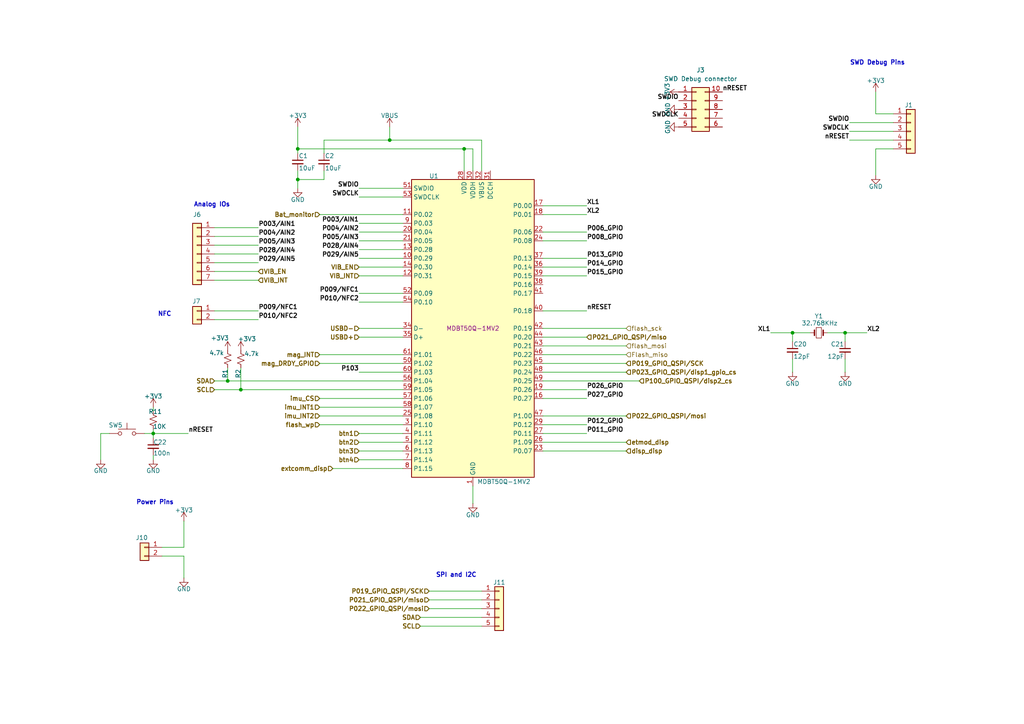
<source format=kicad_sch>
(kicad_sch (version 20231120) (generator "eeschema") (generator_version "8.0")
  (paper "A4")
  (lib_symbols
    (symbol "Connector_Generic:Conn_01x02" (pin_names (offset 1.016) hide)
      (property "Reference" "J" (at 0 2.54 0))
      (property "Value" "Conn_01x02" (at 0 -5.08 0))
      (symbol "Conn_01x02_1_1"
        (rectangle (start -1.27 -2.413) (end 0 -2.667) (stroke (width 0.1524)))
        (rectangle (start -1.27 0.127) (end 0 -0.127) (stroke (width 0.1524)))
        (rectangle (start -1.27 1.27) (end 1.27 -3.81) (stroke (width 0.254)) (fill (type background)))
        (pin passive line (at -5.08 0 0) (length 3.81) (name "Pin_1") (number "1"))
        (pin passive line (at -5.08 -2.54 0) (length 3.81) (name "Pin_2") (number "2"))
      )
    )
    (symbol "Connector_Generic:Conn_01x05" (pin_names (offset 1.016) hide)
      (property "Reference" "J" (at 0 7.62 0))
      (property "Value" "Conn_01x05" (at 0 -7.62 0))
      (symbol "Conn_01x05_1_1"
        (rectangle (start -1.27 -4.953) (end 0 -5.207) (stroke (width 0.1524)))
        (rectangle (start -1.27 -2.413) (end 0 -2.667) (stroke (width 0.1524)))
        (rectangle (start -1.27 0.127) (end 0 -0.127) (stroke (width 0.1524)))
        (rectangle (start -1.27 2.667) (end 0 2.413) (stroke (width 0.1524)))
        (rectangle (start -1.27 5.207) (end 0 4.953) (stroke (width 0.1524)))
        (rectangle (start -1.27 6.35) (end 1.27 -6.35) (stroke (width 0.254)) (fill (type background)))
        (pin passive line (at -5.08 5.08 0) (length 3.81) (name "Pin_1") (number "1"))
        (pin passive line (at -5.08 2.54 0) (length 3.81) (name "Pin_2") (number "2"))
        (pin passive line (at -5.08 0 0) (length 3.81) (name "Pin_3") (number "3"))
        (pin passive line (at -5.08 -2.54 0) (length 3.81) (name "Pin_4") (number "4"))
        (pin passive line (at -5.08 -5.08 0) (length 3.81) (name "Pin_5") (number "5"))
      )
    )
    (symbol "Connector_Generic:Conn_01x07" (pin_names (offset 1.016) hide)
      (property "Reference" "J" (at 0 10.16 0))
      (property "Value" "Conn_01x07" (at 0 -10.16 0))
      (symbol "Conn_01x07_1_1"
        (rectangle (start -1.27 -7.493) (end 0 -7.747) (stroke (width 0.1524)))
        (rectangle (start -1.27 -4.953) (end 0 -5.207) (stroke (width 0.1524)))
        (rectangle (start -1.27 -2.413) (end 0 -2.667) (stroke (width 0.1524)))
        (rectangle (start -1.27 0.127) (end 0 -0.127) (stroke (width 0.1524)))
        (rectangle (start -1.27 2.667) (end 0 2.413) (stroke (width 0.1524)))
        (rectangle (start -1.27 5.207) (end 0 4.953) (stroke (width 0.1524)))
        (rectangle (start -1.27 7.747) (end 0 7.493) (stroke (width 0.1524)))
        (rectangle (start -1.27 8.89) (end 1.27 -8.89) (stroke (width 0.254)) (fill (type background)))
        (pin passive line (at -5.08 7.62 0) (length 3.81) (name "Pin_1") (number "1"))
        (pin passive line (at -5.08 5.08 0) (length 3.81) (name "Pin_2") (number "2"))
        (pin passive line (at -5.08 2.54 0) (length 3.81) (name "Pin_3") (number "3"))
        (pin passive line (at -5.08 0 0) (length 3.81) (name "Pin_4") (number "4"))
        (pin passive line (at -5.08 -2.54 0) (length 3.81) (name "Pin_5") (number "5"))
        (pin passive line (at -5.08 -5.08 0) (length 3.81) (name "Pin_6") (number "6"))
        (pin passive line (at -5.08 -7.62 0) (length 3.81) (name "Pin_7") (number "7"))
      )
    )
    (symbol "Connector_Generic:Conn_02x05_Counter_Clockwise" (pin_names (offset 1.016) hide)
      (property "Reference" "J" (at 1.27 7.62 0))
      (property "Value" "Conn_02x05_Counter_Clockwise" (at 1.27 -7.62 0))
      (symbol "Conn_02x05_Counter_Clockwise_1_1"
        (rectangle (start -1.27 -4.953) (end 0 -5.207) (stroke (width 0.1524)))
        (rectangle (start -1.27 -2.413) (end 0 -2.667) (stroke (width 0.1524)))
        (rectangle (start -1.27 0.127) (end 0 -0.127) (stroke (width 0.1524)))
        (rectangle (start -1.27 2.667) (end 0 2.413) (stroke (width 0.1524)))
        (rectangle (start -1.27 5.207) (end 0 4.953) (stroke (width 0.1524)))
        (rectangle (start -1.27 6.35) (end 3.81 -6.35) (stroke (width 0.254)) (fill (type background)))
        (rectangle (start 3.81 -4.953) (end 2.54 -5.207) (stroke (width 0.1524)))
        (rectangle (start 3.81 -2.413) (end 2.54 -2.667) (stroke (width 0.1524)))
        (rectangle (start 3.81 0.127) (end 2.54 -0.127) (stroke (width 0.1524)))
        (rectangle (start 3.81 2.667) (end 2.54 2.413) (stroke (width 0.1524)))
        (rectangle (start 3.81 5.207) (end 2.54 4.953) (stroke (width 0.1524)))
        (pin passive line (at -5.08 5.08 0) (length 3.81) (name "Pin_1") (number "1"))
        (pin passive line (at 7.62 5.08 180) (length 3.81) (name "Pin_10") (number "10"))
        (pin passive line (at -5.08 2.54 0) (length 3.81) (name "Pin_2") (number "2"))
        (pin passive line (at -5.08 0 0) (length 3.81) (name "Pin_3") (number "3"))
        (pin passive line (at -5.08 -2.54 0) (length 3.81) (name "Pin_4") (number "4"))
        (pin passive line (at -5.08 -5.08 0) (length 3.81) (name "Pin_5") (number "5"))
        (pin passive line (at 7.62 -5.08 180) (length 3.81) (name "Pin_6") (number "6"))
        (pin passive line (at 7.62 -2.54 180) (length 3.81) (name "Pin_7") (number "7"))
        (pin passive line (at 7.62 0 180) (length 3.81) (name "Pin_8") (number "8"))
        (pin passive line (at 7.62 2.54 180) (length 3.81) (name "Pin_9") (number "9"))
      )
    )
    (symbol "Device:C_Small" (pin_numbers hide) (pin_names (offset 0.254) hide)
      (property "Reference" "C" (at 0.254 1.778 0))
      (property "Value" "C_Small" (at 0.254 -2.032 0))
      (symbol "C_Small_0_1"
        (polyline (pts (xy -1.524 -0.508) (xy 1.524 -0.508)) (stroke (width 0.3302)))
        (polyline (pts (xy -1.524 0.508) (xy 1.524 0.508)) (stroke (width 0.3048)))
      )
      (symbol "C_Small_1_1"
        (pin passive line (at 0 2.54 270) (length 2.032) (name "~") (number "1"))
        (pin passive line (at 0 -2.54 90) (length 2.032) (name "~") (number "2"))
      )
    )
    (symbol "Device:Crystal_Small" (pin_numbers hide) (pin_names (offset 1.016) hide)
      (property "Reference" "Y" (at 0 2.54 0))
      (property "Value" "Crystal_Small" (at 0 -2.54 0))
      (symbol "Crystal_Small_0_1"
        (rectangle (start -0.762 -1.524) (end 0.762 1.524))
        (polyline (pts (xy -1.27 -0.762) (xy -1.27 0.762)) (stroke (width 0.381)))
        (polyline (pts (xy 1.27 -0.762) (xy 1.27 0.762)) (stroke (width 0.381)))
      )
      (symbol "Crystal_Small_1_1"
        (pin passive line (at -2.54 0 0) (length 1.27) (name "1") (number "1"))
        (pin passive line (at 2.54 0 180) (length 1.27) (name "2") (number "2"))
      )
    )
    (symbol "Device:R_Small_US" (pin_numbers hide) (pin_names (offset 0.254) hide)
      (property "Reference" "R" (at 0.762 0.508 0))
      (property "Value" "R_Small_US" (at 0.762 -1.016 0))
      (symbol "R_Small_US_1_1"
        (polyline (pts (xy 0 0) (xy 1.016 -0.381) (xy 0 -0.762) (xy -1.016 -1.143) (xy 0 -1.524)))
        (polyline (pts (xy 0 1.524) (xy 1.016 1.143) (xy 0 0.762) (xy -1.016 0.381) (xy 0 0)))
        (pin passive line (at 0 2.54 270) (length 1.016) (name "~") (number "1"))
        (pin passive line (at 0 -2.54 90) (length 1.016) (name "~") (number "2"))
      )
    )
    (symbol "RF_Module:MDBT50Q-1MV2"
      (property "Reference" "U" (at 0 0 0))
      (property "Value" "MDBT50Q-1MV2" (at 0 -2.54 0))
      (symbol "MDBT50Q-1MV2_0_1"
        (rectangle (start -17.78 43.18) (end 17.78 -43.18) (stroke (width 0.254)) (fill (type background)))
      )
      (symbol "MDBT50Q-1MV2_1_1"
        (pin power_in line (at 0 -45.72 90) (length 2.54) (name "GND") (number "1"))
        (pin bidirectional line (at -20.32 20.32 0) (length 2.54) (name "P0.29") (number "10"))
        (pin bidirectional line (at -20.32 33.02 0) (length 2.54) (name "P0.02") (number "11"))
        (pin bidirectional line (at -20.32 15.24 0) (length 2.54) (name "P0.31") (number "12"))
        (pin bidirectional line (at -20.32 22.86 0) (length 2.54) (name "P0.28") (number "13"))
        (pin bidirectional line (at -20.32 17.78 0) (length 2.54) (name "P0.30") (number "14"))
        (pin passive line (at 0 -45.72 90) (length 2.54) hide (name "GND") (number "15"))
        (pin bidirectional line (at 20.32 -20.32 180) (length 2.54) (name "P0.27") (number "16"))
        (pin bidirectional line (at 20.32 35.56 180) (length 2.54) (name "P0.00") (number "17"))
        (pin bidirectional line (at 20.32 33.02 180) (length 2.54) (name "P0.01") (number "18"))
        (pin bidirectional line (at 20.32 -17.78 180) (length 2.54) (name "P0.26") (number "19"))
        (pin passive line (at 0 -45.72 90) (length 2.54) hide (name "GND") (number "2"))
        (pin bidirectional line (at -20.32 27.94 0) (length 2.54) (name "P0.04") (number "20"))
        (pin bidirectional line (at -20.32 25.4 0) (length 2.54) (name "P0.05") (number "21"))
        (pin bidirectional line (at 20.32 27.94 180) (length 2.54) (name "P0.06") (number "22"))
        (pin bidirectional line (at 20.32 -35.56 180) (length 2.54) (name "P0.07") (number "23"))
        (pin bidirectional line (at 20.32 25.4 180) (length 2.54) (name "P0.08") (number "24"))
        (pin bidirectional line (at -20.32 -25.4 0) (length 2.54) (name "P1.08") (number "25"))
        (pin bidirectional line (at 20.32 -33.02 180) (length 2.54) (name "P1.09") (number "26"))
        (pin bidirectional line (at 20.32 -30.48 180) (length 2.54) (name "P0.11") (number "27"))
        (pin power_in line (at -2.54 45.72 270) (length 2.54) (name "VDD") (number "28"))
        (pin bidirectional line (at 20.32 -27.94 180) (length 2.54) (name "P0.12") (number "29"))
        (pin bidirectional line (at -20.32 -27.94 0) (length 2.54) (name "P1.10") (number "3"))
        (pin power_in line (at 0 45.72 270) (length 2.54) (name "VDDH") (number "30"))
        (pin power_out line (at 5.08 45.72 270) (length 2.54) (name "DCCH") (number "31"))
        (pin power_in line (at 2.54 45.72 270) (length 2.54) (name "VBUS") (number "32"))
        (pin passive line (at 0 -45.72 90) (length 2.54) hide (name "GND") (number "33"))
        (pin bidirectional line (at -20.32 0 0) (length 2.54) (name "D-") (number "34"))
        (pin bidirectional line (at -20.32 -2.54 0) (length 2.54) (name "D+") (number "35"))
        (pin bidirectional line (at 20.32 17.78 180) (length 2.54) (name "P0.14") (number "36"))
        (pin bidirectional line (at 20.32 20.32 180) (length 2.54) (name "P0.13") (number "37"))
        (pin bidirectional line (at 20.32 12.7 180) (length 2.54) (name "P0.16") (number "38"))
        (pin bidirectional line (at 20.32 15.24 180) (length 2.54) (name "P0.15") (number "39"))
        (pin bidirectional line (at -20.32 -30.48 0) (length 2.54) (name "P1.11") (number "4"))
        (pin bidirectional line (at 20.32 5.08 180) (length 2.54) (name "P0.18") (number "40"))
        (pin bidirectional line (at 20.32 10.16 180) (length 2.54) (name "P0.17") (number "41"))
        (pin bidirectional line (at 20.32 0 180) (length 2.54) (name "P0.19") (number "42"))
        (pin bidirectional line (at 20.32 -5.08 180) (length 2.54) (name "P0.21") (number "43"))
        (pin bidirectional line (at 20.32 -2.54 180) (length 2.54) (name "P0.20") (number "44"))
        (pin bidirectional line (at 20.32 -10.16 180) (length 2.54) (name "P0.23") (number "45"))
        (pin bidirectional line (at 20.32 -7.62 180) (length 2.54) (name "P0.22") (number "46"))
        (pin bidirectional line (at 20.32 -25.4 180) (length 2.54) (name "P1.00") (number "47"))
        (pin bidirectional line (at 20.32 -12.7 180) (length 2.54) (name "P0.24") (number "48"))
        (pin bidirectional line (at 20.32 -15.24 180) (length 2.54) (name "P0.25") (number "49"))
        (pin bidirectional line (at -20.32 -33.02 0) (length 2.54) (name "P1.12") (number "5"))
        (pin bidirectional line (at -20.32 -10.16 0) (length 2.54) (name "P1.02") (number "50"))
        (pin bidirectional line (at -20.32 40.64 0) (length 2.54) (name "SWDIO") (number "51"))
        (pin bidirectional line (at -20.32 10.16 0) (length 2.54) (name "P0.09") (number "52"))
        (pin input line (at -20.32 38.1 0) (length 2.54) (name "SWDCLK") (number "53"))
        (pin bidirectional line (at -20.32 7.62 0) (length 2.54) (name "P0.10") (number "54"))
        (pin passive line (at 0 -45.72 90) (length 2.54) hide (name "GND") (number "55"))
        (pin bidirectional line (at -20.32 -15.24 0) (length 2.54) (name "P1.04") (number "56"))
        (pin bidirectional line (at -20.32 -20.32 0) (length 2.54) (name "P1.06") (number "57"))
        (pin bidirectional line (at -20.32 -22.86 0) (length 2.54) (name "P1.07") (number "58"))
        (pin bidirectional line (at -20.32 -17.78 0) (length 2.54) (name "P1.05") (number "59"))
        (pin bidirectional line (at -20.32 -35.56 0) (length 2.54) (name "P1.13") (number "6"))
        (pin bidirectional line (at -20.32 -12.7 0) (length 2.54) (name "P1.03") (number "60"))
        (pin bidirectional line (at -20.32 -7.62 0) (length 2.54) (name "P1.01") (number "61"))
        (pin bidirectional line (at -20.32 -38.1 0) (length 2.54) (name "P1.14") (number "7"))
        (pin bidirectional line (at -20.32 -40.64 0) (length 2.54) (name "P1.15") (number "8"))
        (pin bidirectional line (at -20.32 30.48 0) (length 2.54) (name "P0.03") (number "9"))
      )
    )
    (symbol "Switch:SW_Push" (pin_numbers hide) (pin_names (offset 1.016) hide)
      (property "Reference" "SW" (at 1.27 2.54 0))
      (property "Value" "SW_Push" (at 0 -1.524 0))
      (symbol "SW_Push_0_1"
        (circle (center -2.032 0) (radius 0.508))
        (polyline (pts (xy 0 1.27) (xy 0 3.048)))
        (polyline (pts (xy 2.54 1.27) (xy -2.54 1.27)))
        (circle (center 2.032 0) (radius 0.508))
        (pin passive line (at -5.08 0 0) (length 2.54) (name "1") (number "1"))
        (pin passive line (at 5.08 0 180) (length 2.54) (name "2") (number "2"))
      )
    )
    (symbol "power:+3V3" (power) (pin_numbers hide) (pin_names (offset 0) hide)
      (property "Value" "+3V3" (at 0 3.556 0))
      (symbol "+3V3_0_1"
        (polyline (pts (xy -0.762 1.27) (xy 0 2.54)))
        (polyline (pts (xy 0 0) (xy 0 2.54)))
        (polyline (pts (xy 0 2.54) (xy 0.762 1.27)))
      )
      (symbol "+3V3_1_1"
        (pin power_in line (at 0 0 90) (length 0) (name "~") (number "1"))
      )
    )
    (symbol "power:GND" (power) (pin_numbers hide) (pin_names (offset 0) hide)
      (property "Value" "GND" (at 0 -3.81 0))
      (symbol "GND_0_1"
        (polyline (pts (xy 0 0) (xy 0 -1.27) (xy 1.27 -1.27) (xy 0 -2.54) (xy -1.27 -1.27) (xy 0 -1.27)))
      )
      (symbol "GND_1_1"
        (pin power_in line (at 0 0 270) (length 0) (name "~") (number "1"))
      )
    )
    (symbol "power:VBUS" (power) (pin_numbers hide) (pin_names (offset 0) hide)
      (property "Value" "VBUS" (at 0 3.556 0))
      (symbol "VBUS_0_1"
        (polyline (pts (xy -0.762 1.27) (xy 0 2.54)))
        (polyline (pts (xy 0 0) (xy 0 2.54)))
        (polyline (pts (xy 0 2.54) (xy 0.762 1.27)))
      )
      (symbol "VBUS_1_1"
        (pin power_in line (at 0 0 90) (length 0) (name "~") (number "1"))
      )
    )
  )
  (junction (at 229.87 96.52))
  (junction (at 66.04 110.49))
  (junction (at 86.36 52.07))
  (junction (at 44.45 125.73))
  (junction (at 86.36 43.18))
  (junction (at 134.62 43.18))
  (junction (at 245.11 96.52))
  (junction (at 69.85 113.03))
  (junction (at 113.03 40.64))
  (wire (pts (xy 104.14 64.77) (xy 116.84 64.77)))
  (wire (pts (xy 170.18 77.47) (xy 157.48 77.47)))
  (wire (pts (xy 104.14 133.35) (xy 116.84 133.35)))
  (wire (pts (xy 246.38 38.1) (xy 259.08 38.1)))
  (wire (pts (xy 93.98 52.07) (xy 86.36 52.07)))
  (wire (pts (xy 113.03 40.64) (xy 139.7 40.64)))
  (wire (pts (xy 121.92 179.07) (xy 139.7 179.07)))
  (wire (pts (xy 86.36 49.53) (xy 86.36 52.07)))
  (wire (pts (xy 104.14 80.01) (xy 116.84 80.01)))
  (wire (pts (xy 170.18 115.57) (xy 157.48 115.57)))
  (wire (pts (xy 44.45 132.08) (xy 44.45 133.35)))
  (wire (pts (xy 104.14 72.39) (xy 116.84 72.39)))
  (wire (pts (xy 104.14 74.93) (xy 116.84 74.93)))
  (wire (pts (xy 86.36 52.07) (xy 86.36 54.61)))
  (wire (pts (xy 246.38 35.56) (xy 259.08 35.56)))
  (wire (pts (xy 104.14 125.73) (xy 116.84 125.73)))
  (wire (pts (xy 245.11 96.52) (xy 245.11 99.06)))
  (wire (pts (xy 104.14 87.63) (xy 116.84 87.63)))
  (wire (pts (xy 134.62 49.53) (xy 134.62 43.18)))
  (wire (pts (xy 74.93 68.58) (xy 62.23 68.58)))
  (wire (pts (xy 124.46 171.45) (xy 139.7 171.45)))
  (wire (pts (xy 246.38 40.64) (xy 259.08 40.64)))
  (wire (pts (xy 170.18 80.01) (xy 157.48 80.01)))
  (wire (pts (xy 104.14 67.31) (xy 116.84 67.31)))
  (wire (pts (xy 139.7 49.53) (xy 139.7 40.64)))
  (wire (pts (xy 74.93 90.17) (xy 62.23 90.17)))
  (wire (pts (xy 181.61 95.25) (xy 157.48 95.25)))
  (wire (pts (xy 69.85 106.68) (xy 69.85 113.03)))
  (wire (pts (xy 92.71 62.23) (xy 116.84 62.23)))
  (wire (pts (xy 104.14 95.25) (xy 116.84 95.25)))
  (wire (pts (xy 137.16 49.53) (xy 137.16 43.18)))
  (wire (pts (xy 74.93 76.2) (xy 62.23 76.2)))
  (wire (pts (xy 254 43.18) (xy 254 50.8)))
  (wire (pts (xy 170.18 69.85) (xy 157.48 69.85)))
  (wire (pts (xy 124.46 173.99) (xy 139.7 173.99)))
  (wire (pts (xy 93.98 44.45) (xy 93.98 40.64)))
  (wire (pts (xy 74.93 73.66) (xy 62.23 73.66)))
  (wire (pts (xy 170.18 59.69) (xy 157.48 59.69)))
  (wire (pts (xy 254 43.18) (xy 259.08 43.18)))
  (wire (pts (xy 229.87 104.14) (xy 229.87 107.95)))
  (wire (pts (xy 104.14 54.61) (xy 116.84 54.61)))
  (wire (pts (xy 74.93 92.71) (xy 62.23 92.71)))
  (wire (pts (xy 104.14 97.79) (xy 116.84 97.79)))
  (wire (pts (xy 223.52 96.52) (xy 229.87 96.52)))
  (wire (pts (xy 44.45 118.11) (xy 44.45 119.38)))
  (wire (pts (xy 53.34 161.29) (xy 46.99 161.29)))
  (wire (pts (xy 170.18 125.73) (xy 157.48 125.73)))
  (wire (pts (xy 31.75 125.73) (xy 29.21 125.73)))
  (wire (pts (xy 137.16 43.18) (xy 134.62 43.18)))
  (wire (pts (xy 44.45 124.46) (xy 44.45 125.73)))
  (wire (pts (xy 53.34 167.64) (xy 53.34 161.29)))
  (wire (pts (xy 53.34 151.13) (xy 53.34 158.75)))
  (wire (pts (xy 66.04 110.49) (xy 116.84 110.49)))
  (wire (pts (xy 86.36 44.45) (xy 86.36 43.18)))
  (wire (pts (xy 157.48 107.95) (xy 181.61 107.95)))
  (wire (pts (xy 62.23 113.03) (xy 69.85 113.03)))
  (wire (pts (xy 93.98 40.64) (xy 113.03 40.64)))
  (wire (pts (xy 181.61 105.41) (xy 157.48 105.41)))
  (wire (pts (xy 74.93 78.74) (xy 62.23 78.74)))
  (wire (pts (xy 181.61 100.33) (xy 157.48 100.33)))
  (wire (pts (xy 234.95 96.52) (xy 229.87 96.52)))
  (wire (pts (xy 92.71 105.41) (xy 116.84 105.41)))
  (wire (pts (xy 46.99 158.75) (xy 53.34 158.75)))
  (wire (pts (xy 69.85 113.03) (xy 116.84 113.03)))
  (wire (pts (xy 62.23 110.49) (xy 66.04 110.49)))
  (wire (pts (xy 240.03 96.52) (xy 245.11 96.52)))
  (wire (pts (xy 104.14 130.81) (xy 116.84 130.81)))
  (wire (pts (xy 181.61 130.81) (xy 157.48 130.81)))
  (wire (pts (xy 170.18 74.93) (xy 157.48 74.93)))
  (wire (pts (xy 245.11 104.14) (xy 245.11 107.95)))
  (wire (pts (xy 86.36 36.83) (xy 86.36 43.18)))
  (wire (pts (xy 92.71 123.19) (xy 116.84 123.19)))
  (wire (pts (xy 66.04 106.68) (xy 66.04 110.49)))
  (wire (pts (xy 96.52 135.89) (xy 116.84 135.89)))
  (wire (pts (xy 124.46 176.53) (xy 139.7 176.53)))
  (wire (pts (xy 121.92 181.61) (xy 139.7 181.61)))
  (wire (pts (xy 170.18 90.17) (xy 157.48 90.17)))
  (wire (pts (xy 170.18 62.23) (xy 157.48 62.23)))
  (wire (pts (xy 74.93 81.28) (xy 62.23 81.28)))
  (wire (pts (xy 92.71 120.65) (xy 116.84 120.65)))
  (wire (pts (xy 93.98 49.53) (xy 93.98 52.07)))
  (wire (pts (xy 74.93 71.12) (xy 62.23 71.12)))
  (wire (pts (xy 181.61 102.87) (xy 157.48 102.87)))
  (wire (pts (xy 92.71 118.11) (xy 116.84 118.11)))
  (wire (pts (xy 104.14 77.47) (xy 116.84 77.47)))
  (wire (pts (xy 181.61 120.65) (xy 157.48 120.65)))
  (wire (pts (xy 41.91 125.73) (xy 44.45 125.73)))
  (wire (pts (xy 104.14 57.15) (xy 116.84 57.15)))
  (wire (pts (xy 104.14 107.95) (xy 116.84 107.95)))
  (wire (pts (xy 86.36 43.18) (xy 134.62 43.18)))
  (wire (pts (xy 181.61 128.27) (xy 157.48 128.27)))
  (wire (pts (xy 254 26.67) (xy 254 33.02)))
  (wire (pts (xy 170.18 67.31) (xy 157.48 67.31)))
  (wire (pts (xy 104.14 85.09) (xy 116.84 85.09)))
  (wire (pts (xy 170.18 97.79) (xy 157.48 97.79)))
  (wire (pts (xy 259.08 33.02) (xy 254 33.02)))
  (wire (pts (xy 104.14 69.85) (xy 116.84 69.85)))
  (wire (pts (xy 170.18 123.19) (xy 157.48 123.19)))
  (wire (pts (xy 170.18 113.03) (xy 157.48 113.03)))
  (wire (pts (xy 29.21 133.35) (xy 29.21 125.73)))
  (wire (pts (xy 92.71 102.87) (xy 116.84 102.87)))
  (wire (pts (xy 245.11 96.52) (xy 251.46 96.52)))
  (wire (pts (xy 92.71 115.57) (xy 116.84 115.57)))
  (wire (pts (xy 137.16 140.97) (xy 137.16 146.05)))
  (wire (pts (xy 44.45 125.73) (xy 54.61 125.73)))
  (wire (pts (xy 44.45 125.73) (xy 44.45 127)))
  (wire (pts (xy 113.03 36.83) (xy 113.03 40.64)))
  (wire (pts (xy 157.48 110.49) (xy 185.42 110.49)))
  (wire (pts (xy 104.14 128.27) (xy 116.84 128.27)))
  (wire (pts (xy 74.93 66.04) (xy 62.23 66.04)))
  (wire (pts (xy 229.87 96.52) (xy 229.87 99.06)))
  (text "Analog IOs" (at 61.468 59.436 0) (effects (font (size 1.27 1.27) (bold yes))))
  (text "Power Pins" (at 44.958 145.796 0) (effects (font (size 1.27 1.27) (bold yes))))
  (text "SPI and I2C" (at 132.334 166.878 0) (effects (font (size 1.27 1.27) (bold yes))))
  (text "SWD Debug Pins" (at 254.508 18.288 0) (effects (font (size 1.27 1.27) (bold yes))))
  (text "NFC\n" (at 47.752 91.186 0) (effects (font (size 1.27 1.27) (bold yes))))
  (label "XL1" (at 223.52 96.52 180) (effects (font (thickness 0.254) (bold yes))))
  (label "SWDIO" (at 104.14 54.61 180) (effects (font (thickness 0.254) (bold yes))))
  (label "P010{slash}NFC2" (at 74.93 92.71 0) (effects (font (thickness 0.254) (bold yes))))
  (label "SWDIO" (at 196.85 29.21 180) (effects (font (thickness 0.254) (bold yes))))
  (label "P015_GPIO" (at 170.18 80.01 0) (effects (font (thickness 0.254) (bold yes))))
  (label "SWDIO" (at 246.38 35.56 180) (effects (font (thickness 0.254) (bold yes))))
  (label "P003{slash}AIN1" (at 74.93 66.04 0) (effects (font (thickness 0.254) (bold yes))))
  (label "nRESET" (at 54.61 125.73 0) (effects (font (thickness 0.254) (bold yes))))
  (label "P009{slash}NFC1" (at 74.93 90.17 0) (effects (font (thickness 0.254) (bold yes))))
  (label "P014_GPIO" (at 170.18 77.47 0) (effects (font (thickness 0.254) (bold yes))))
  (label "P026_GPIO" (at 170.18 113.03 0) (effects (font (thickness 0.254) (bold yes))))
  (label "P009{slash}NFC1" (at 104.14 85.09 180) (effects (font (thickness 0.254) (bold yes))))
  (label "P005{slash}AIN3" (at 104.14 69.85 180) (effects (font (thickness 0.254) (bold yes))))
  (label "P011_GPIO" (at 170.18 125.73 0) (effects (font (thickness 0.254) (bold yes))))
  (label "P004{slash}AIN2" (at 74.93 68.58 0) (effects (font (thickness 0.254) (bold yes))))
  (label "XL1" (at 170.18 59.69 0) (effects (font (thickness 0.254) (bold yes))))
  (label "XL2" (at 251.46 96.52 0) (effects (font (thickness 0.254) (bold yes))))
  (label "SWDCLK" (at 196.85 34.29 180) (effects (font (thickness 0.254) (bold yes))))
  (label "nRESET" (at 170.18 90.17 0) (effects (font (thickness 0.254) (bold yes))))
  (label "P028{slash}AIN4" (at 74.93 73.66 0) (effects (font (thickness 0.254) (bold yes))))
  (label "P028{slash}AIN4" (at 104.14 72.39 180) (effects (font (thickness 0.254) (bold yes))))
  (label "P010{slash}NFC2" (at 104.14 87.63 180) (effects (font (thickness 0.254) (bold yes))))
  (label "P103" (at 104.14 107.95 180) (effects (font (thickness 0.254) (bold yes))))
  (label "P003{slash}AIN1" (at 104.14 64.77 180) (effects (font (thickness 0.254) (bold yes))))
  (label "P013_GPIO" (at 170.18 74.93 0) (effects (font (thickness 0.254) (bold yes))))
  (label "P029{slash}AIN5" (at 104.14 74.93 180) (effects (font (thickness 0.254) (bold yes))))
  (label "SWDCLK" (at 246.38 38.1 180) (effects (font (thickness 0.254) (bold yes))))
  (label "P008_GPIO" (at 170.18 69.85 0) (effects (font (thickness 0.254) (bold yes))))
  (label "P027_GPIO" (at 170.18 115.57 0) (effects (font (thickness 0.254) (bold yes))))
  (label "P029{slash}AIN5" (at 74.93 76.2 0) (effects (font (thickness 0.254) (bold yes))))
  (label "nRESET" (at 246.38 40.64 180) (effects (font (thickness 0.254) (bold yes))))
  (label "SWDCLK" (at 104.14 57.15 180) (effects (font (thickness 0.254) (bold yes))))
  (label "P006_GPIO" (at 170.18 67.31 0) (effects (font (thickness 0.254) (bold yes))))
  (label "nRESET" (at 209.55 26.67 0) (effects (font (thickness 0.254) (bold yes))))
  (label "P005{slash}AIN3" (at 74.93 71.12 0) (effects (font (thickness 0.254) (bold yes))))
  (label "P004{slash}AIN2" (at 104.14 67.31 180) (effects (font (thickness 0.254) (bold yes))))
  (label "P012_GPIO" (at 170.18 123.19 0) (effects (font (thickness 0.254) (bold yes))))
  (label "XL2" (at 170.18 62.23 0) (effects (font (thickness 0.254) (bold yes))))
  (hierarchical_label "imu_INT1" (shape input) (at 92.71 118.11 180) (effects (font (thickness 0.254) (bold yes))))
  (hierarchical_label "Flash_miso" (shape input) (at 181.61 102.87 0))
  (hierarchical_label "flash_wp" (shape input) (at 92.71 123.19 180) (effects (font (thickness 0.254) (bold yes))))
  (hierarchical_label "flash_sck" (shape input) (at 181.61 95.25 0))
  (hierarchical_label "P023_GPIO_QSPI{slash}disp1_gpio_cs" (shape input) (at 181.61 107.95 0) (effects (font (thickness 0.254) (bold yes))))
  (hierarchical_label "VIB_INT" (shape input) (at 104.14 80.01 180) (effects (font (thickness 0.254) (bold yes))))
  (hierarchical_label "btn1" (shape input) (at 104.14 125.73 180) (effects (font (thickness 0.254) (bold yes))))
  (hierarchical_label "btn2" (shape input) (at 104.14 128.27 180) (effects (font (thickness 0.254) (bold yes))))
  (hierarchical_label "P022_GPIO_QSPI{slash}mosi" (shape input) (at 181.61 120.65 0) (effects (font (thickness 0.254) (bold yes))))
  (hierarchical_label "extcomm_disp" (shape input) (at 96.52 135.89 180) (effects (font (thickness 0.254) (bold yes))))
  (hierarchical_label "P021_GPIO_QSPI{slash}miso" (shape input) (at 124.46 173.99 180) (effects (font (thickness 0.254) (bold yes))))
  (hierarchical_label "btn4" (shape input) (at 104.14 133.35 180) (effects (font (thickness 0.254) (bold yes))))
  (hierarchical_label "imu_INT2" (shape input) (at 92.71 120.65 180) (effects (font (thickness 0.254) (bold yes))))
  (hierarchical_label "VIB_EN" (shape input) (at 104.14 77.47 180) (effects (font (thickness 0.254) (bold yes))))
  (hierarchical_label "P021_GPIO_QSPI{slash}miso" (shape input) (at 170.18 97.79 0) (effects (font (thickness 0.254) (bold yes))))
  (hierarchical_label "P019_GPIO_QSPI{slash}SCK" (shape input) (at 124.46 171.45 180) (effects (font (thickness 0.254) (bold yes))))
  (hierarchical_label "VIB_INT" (shape input) (at 74.93 81.28 0) (effects (font (thickness 0.254) (bold yes))))
  (hierarchical_label "SCL" (shape input) (at 121.92 181.61 180) (effects (font (thickness 0.254) (bold yes))))
  (hierarchical_label "mag_INT" (shape input) (at 92.71 102.87 180) (effects (font (thickness 0.254) (bold yes))))
  (hierarchical_label "disp_disp" (shape input) (at 181.61 130.81 0) (effects (font (thickness 0.254) (bold yes))))
  (hierarchical_label "flash_mosi" (shape input) (at 181.61 100.33 0))
  (hierarchical_label "USBD-" (shape input) (at 104.14 95.25 180) (effects (font (thickness 0.254) (bold yes))))
  (hierarchical_label "SCL" (shape input) (at 62.23 113.03 180) (effects (font (thickness 0.254) (bold yes))))
  (hierarchical_label "mag_DRDY_GPIO" (shape input) (at 92.71 105.41 180) (effects (font (thickness 0.254) (bold yes))))
  (hierarchical_label "P019_GPIO_QSPI{slash}SCK" (shape input) (at 181.61 105.41 0) (effects (font (thickness 0.254) (bold yes))))
  (hierarchical_label "SDA" (shape input) (at 121.92 179.07 180) (effects (font (thickness 0.254) (bold yes))))
  (hierarchical_label "P022_GPIO_QSPI{slash}mosi" (shape input) (at 124.46 176.53 180) (effects (font (thickness 0.254) (bold yes))))
  (hierarchical_label "USBD+" (shape input) (at 104.14 97.79 180) (effects (font (thickness 0.254) (bold yes))))
  (hierarchical_label "etmod_disp" (shape input) (at 181.61 128.27 0) (effects (font (thickness 0.254) (bold yes))))
  (hierarchical_label "Bat_monitor" (shape input) (at 92.71 62.23 180) (effects (font (thickness 0.254) (bold yes))))
  (hierarchical_label "P100_GPIO_QSPI{slash}disp2_cs" (shape input) (at 185.42 110.49 0) (effects (font (thickness 0.254) (bold yes))))
  (hierarchical_label "imu_CS" (shape input) (at 92.71 115.57 180) (effects (font (thickness 0.254) (bold yes))))
  (hierarchical_label "SDA" (shape input) (at 62.23 110.49 180) (effects (font (thickness 0.254) (bold yes))))
  (hierarchical_label "btn3" (shape input) (at 104.14 130.81 180) (effects (font (thickness 0.254) (bold yes))))
  (hierarchical_label "VIB_EN" (shape input) (at 74.93 78.74 0) (effects (font (thickness 0.254) (bold yes))))
  (symbol (lib_id "RF_Module:MDBT50Q-1MV2") (at 137.16 95.25 0) (unit 1)
    (property "Reference" "U1" (at 124.46 51.054 0) (effects (justify left)))
    (property "Value" "MDBT50Q-1MV2" (at 138.43 139.7 0) (effects (justify left)))
    (property "Footprint" "RF_Module:Raytac_MDBT50Q" (effects (hide yes)))
    (property "Datasheet" "https://www.raytac.com/download/index.php?index_id=43" (effects (hide yes)))
    (property "Description" "Multiprotocol BLE/ANT/2.4 GHz/802.15.4 Cortex-M4F SoC, nRF52840 module" (effects (hide yes)))
    (property "MFR#" "MDBT50Q-1MV2" (at 137.16 95.25 0))
  )
  (symbol (lib_id "Device:C_Small") (at 229.87 101.6 0) (unit 1)
    (property "Reference" "C20" (at 230.124 99.822 0) (effects (justify left)))
    (property "Value" "12pF" (at 230.124 103.378 0) (effects (justify left)))
    (property "Footprint" "Capacitor_SMD:C_0603_1608Metric_Pad1.08x0.95mm_HandSolder" (effects (hide yes)))
    (property "Description" "Unpolarized capacitor, small symbol" (effects (hide yes)))
  )
  (symbol (lib_id "power:GND") (at 53.34 167.64 0) (unit 1)
    (property "Reference" "#PWR059" (effects (hide yes)))
    (property "Value" "GND" (at 53.34 170.815 0))
  )
  (symbol (lib_id "power:GND") (at 229.87 107.95 0) (unit 1)
    (property "Reference" "#PWR053" (effects (hide yes)))
    (property "Value" "GND" (at 229.87 111.252 0))
    (property "Description" "Power symbol creates a global label with name \"GND\" , ground" (effects (hide yes)))
  )
  (symbol (lib_id "power:GND") (at 29.21 133.35 0) (unit 1)
    (property "Reference" "#PWR055" (effects (hide yes)))
    (property "Value" "GND" (at 29.21 136.525 0))
  )
  (symbol (lib_id "Connector_Generic:Conn_01x07") (at 57.15 73.66 0) (mirror y) (unit 1)
    (property "Reference" "J6" (at 57.15 62.23 0))
    (property "Value" "Conn_01x07" (effects (hide yes)))
    (property "Footprint" "Connector_PinHeader_2.54mm:PinHeader_1x07_P2.54mm_Vertical" (effects (hide yes)))
    (property "Description" "Generic connector, single row, 01x07, script generated (kicad-library-utils/schlib/autogen/connector/)" (effects (hide yes)))
  )
  (symbol (lib_id "power:VBUS") (at 113.03 36.83 0) (unit 1)
    (property "Reference" "#PWR03" (effects (hide yes)))
    (property "Value" "VBUS" (at 113.03 33.528 0))
    (property "Description" "Power symbol creates a global label with name \"VBUS\"" (effects (hide yes)))
  )
  (symbol (lib_id "power:+3V3") (at 53.34 151.13 0) (unit 1)
    (property "Reference" "#PWR058" (effects (hide yes)))
    (property "Value" "+3V3" (at 53.34 147.955 0))
  )
  (symbol (lib_id "Connector_Generic:Conn_02x05_Counter_Clockwise") (at 201.93 31.75 0) (unit 1)
    (property "Reference" "J3" (at 203.2 20.32 0))
    (property "Value" "SWD Debug connector" (at 203.2 22.86 0))
    (property "Footprint" "Connector_PinHeader_1.27mm:PinHeader_2x05_P1.27mm_Vertical_SMD" (effects (hide yes)))
    (property "Description" "Generic connector, double row, 02x05, counter clockwise pin numbering scheme (similar to DIP package numbering), script generated (kicad-library-utils/schlib/autogen/connector/)" (effects (hide yes)))
  )
  (symbol (lib_id "power:+3V3") (at 69.85 101.6 0) (unit 1)
    (property "Reference" "#PWR011" (effects (hide yes)))
    (property "Value" "+3V3" (at 71.628 98.298 0))
  )
  (symbol (lib_id "Device:R_Small_US") (at 44.45 121.92 180) (unit 1)
    (property "Reference" "R11" (at 46.99 119.38 0) (effects (justify left)))
    (property "Value" "10K" (at 48.26 123.698 0) (effects (justify left)))
    (property "Footprint" "Resistor_SMD:R_0603_1608Metric" (effects (hide yes)))
  )
  (symbol (lib_id "Device:C_Small") (at 93.98 46.99 0) (unit 1)
    (property "Reference" "C2" (at 94.234 45.212 0) (effects (justify left)))
    (property "Value" "10uF" (at 94.234 48.768 0) (effects (justify left)))
    (property "Footprint" "Capacitor_SMD:C_0603_1608Metric_Pad1.08x0.95mm_HandSolder" (effects (hide yes)))
    (property "Description" "Unpolarized capacitor, small symbol" (effects (hide yes)))
  )
  (symbol (lib_id "power:GND") (at 245.11 107.95 0) (unit 1)
    (property "Reference" "#PWR054" (effects (hide yes)))
    (property "Value" "GND" (at 245.11 111.252 0))
    (property "Description" "Power symbol creates a global label with name \"GND\" , ground" (effects (hide yes)))
  )
  (symbol (lib_id "power:GND") (at 196.85 36.83 270) (unit 1)
    (property "Reference" "#PWR014" (effects (hide yes)))
    (property "Value" "GND" (at 193.675 36.83 0))
  )
  (symbol (lib_id "power:GND") (at 137.16 146.05 0) (unit 1)
    (property "Reference" "#PWR04" (effects (hide yes)))
    (property "Value" "GND" (at 137.16 149.352 0))
    (property "Description" "Power symbol creates a global label with name \"GND\" , ground" (effects (hide yes)))
  )
  (symbol (lib_id "Connector_Generic:Conn_01x02") (at 57.15 90.17 0) (mirror y) (unit 1)
    (property "Reference" "J7" (at 58.166 87.376 0) (effects (justify left)))
    (property "Value" "Conn_01x02" (effects (hide yes)))
    (property "Footprint" "Connector_PinHeader_2.54mm:PinHeader_1x02_P2.54mm_Vertical" (effects (hide yes)))
    (property "Description" "Generic connector, single row, 01x02, script generated (kicad-library-utils/schlib/autogen/connector/)" (effects (hide yes)))
  )
  (symbol (lib_id "power:+3V3") (at 86.36 36.83 0) (unit 1)
    (property "Reference" "#PWR01" (effects (hide yes)))
    (property "Value" "+3V3" (at 86.36 33.528 0))
    (property "Description" "Power symbol creates a global label with name \"+3V3\"" (effects (hide yes)))
  )
  (symbol (lib_id "Connector_Generic:Conn_01x05") (at 144.78 176.53 0) (unit 1)
    (property "Reference" "J11" (at 143.002 168.91 0) (effects (justify left)))
    (property "Value" "Conn_01x05" (effects (hide yes)))
    (property "Footprint" "Connector_PinHeader_2.54mm:PinHeader_1x05_P2.54mm_Vertical" (effects (hide yes)))
    (property "Description" "Generic connector, single row, 01x05, script generated (kicad-library-utils/schlib/autogen/connector/)" (effects (hide yes)))
  )
  (symbol (lib_id "power:+3V3") (at 44.45 118.11 0) (unit 1)
    (property "Reference" "#PWR056" (effects (hide yes)))
    (property "Value" "+3V3" (at 44.45 114.935 0))
  )
  (symbol (lib_id "Device:Crystal_Small") (at 237.49 96.52 0) (unit 1)
    (property "Reference" "Y1" (at 237.49 91.694 0))
    (property "Value" "32.768KHz" (at 237.744 93.726 0))
    (property "Footprint" "Crystal:Crystal_SMD_3215-2Pin_3.2x1.5mm" (effects (hide yes)))
    (property "Description" "Two pin crystal, small symbol" (effects (hide yes)))
  )
  (symbol (lib_id "Device:C_Small") (at 86.36 46.99 0) (unit 1)
    (property "Reference" "C1" (at 86.614 45.212 0) (effects (justify left)))
    (property "Value" "10uF" (at 86.614 48.768 0) (effects (justify left)))
    (property "Footprint" "Capacitor_SMD:C_0603_1608Metric_Pad1.08x0.95mm_HandSolder" (effects (hide yes)))
    (property "Description" "Unpolarized capacitor, small symbol" (effects (hide yes)))
  )
  (symbol (lib_id "Device:R_Small_US") (at 66.04 104.14 0) (unit 1)
    (property "Reference" "R1" (at 65.278 109.728 90) (effects (justify left)))
    (property "Value" "4.7k" (at 60.706 102.362 0) (effects (justify left)))
    (property "Footprint" "Resistor_SMD:R_0603_1608Metric" (effects (hide yes)))
  )
  (symbol (lib_id "power:GND") (at 254 50.8 0) (unit 1)
    (property "Reference" "#PWR06" (effects (hide yes)))
    (property "Value" "GND" (at 254 54.102 0))
    (property "Description" "Power symbol creates a global label with name \"GND\" , ground" (effects (hide yes)))
  )
  (symbol (lib_id "Device:C_Small") (at 44.45 129.54 0) (unit 1)
    (property "Reference" "C22" (at 44.45 128.27 0) (effects (justify left)))
    (property "Value" "100n" (at 44.45 131.445 0) (effects (justify left)))
    (property "Footprint" "Capacitor_SMD:C_0603_1608Metric_Pad1.08x0.95mm_HandSolder" (effects (hide yes)))
  )
  (symbol (lib_id "Device:R_Small_US") (at 69.85 104.14 0) (unit 1)
    (property "Reference" "R2" (at 69.088 109.728 90) (effects (justify left)))
    (property "Value" "4.7k" (at 70.866 102.616 0) (effects (justify left)))
    (property "Footprint" "Resistor_SMD:R_0603_1608Metric" (effects (hide yes)))
  )
  (symbol (lib_id "Switch:SW_Push") (at 36.83 125.73 0) (unit 1)
    (property "Reference" "SW5" (at 33.528 123.317 0))
    (property "Value" "SW_Push" (effects (hide yes)))
    (property "Footprint" "greencharge-footprints:SKRPACE010" (effects (hide yes)))
  )
  (symbol (lib_id "Device:C_Small") (at 245.11 101.6 0) (mirror y) (unit 1)
    (property "Reference" "C21" (at 244.856 99.822 0) (effects (justify left)))
    (property "Value" "12pF" (at 244.856 103.378 0) (effects (justify left)))
    (property "Footprint" "Capacitor_SMD:C_0603_1608Metric_Pad1.08x0.95mm_HandSolder" (effects (hide yes)))
    (property "Description" "Unpolarized capacitor, small symbol" (effects (hide yes)))
  )
  (symbol (lib_id "power:+3V3") (at 196.85 26.67 90) (unit 1)
    (property "Reference" "#PWR012" (effects (hide yes)))
    (property "Value" "+3V3" (at 193.548 26.67 0))
    (property "Description" "Power symbol creates a global label with name \"+3V3\"" (effects (hide yes)))
  )
  (symbol (lib_id "power:GND") (at 86.36 54.61 0) (unit 1)
    (property "Reference" "#PWR02" (effects (hide yes)))
    (property "Value" "GND" (at 86.36 57.912 0))
    (property "Description" "Power symbol creates a global label with name \"GND\" , ground" (effects (hide yes)))
  )
  (symbol (lib_id "power:GND") (at 44.45 133.35 0) (unit 1)
    (property "Reference" "#PWR057" (effects (hide yes)))
    (property "Value" "GND" (at 44.45 136.525 0))
  )
  (symbol (lib_id "Connector_Generic:Conn_01x02") (at 41.91 158.75 0) (mirror y) (unit 1)
    (property "Reference" "J10" (at 42.926 155.956 0) (effects (justify left)))
    (property "Value" "Conn_01x02" (effects (hide yes)))
    (property "Footprint" "Connector_PinHeader_2.54mm:PinHeader_1x02_P2.54mm_Vertical" (effects (hide yes)))
    (property "Description" "Generic connector, single row, 01x02, script generated (kicad-library-utils/schlib/autogen/connector/)" (effects (hide yes)))
  )
  (symbol (lib_id "power:GND") (at 196.85 31.75 270) (unit 1)
    (property "Reference" "#PWR013" (effects (hide yes)))
    (property "Value" "GND" (at 193.675 31.75 0))
  )
  (symbol (lib_id "power:+3V3") (at 254 26.67 0) (unit 1)
    (property "Reference" "#PWR05" (effects (hide yes)))
    (property "Value" "+3V3" (at 254 23.368 0))
    (property "Description" "Power symbol creates a global label with name \"+3V3\"" (effects (hide yes)))
  )
  (symbol (lib_id "power:+3V3") (at 66.04 101.6 0) (unit 1)
    (property "Reference" "#PWR010" (effects (hide yes)))
    (property "Value" "+3V3" (at 63.754 98.044 0))
  )
  (symbol (lib_id "Connector_Generic:Conn_01x05") (at 264.16 38.1 0) (unit 1)
    (property "Reference" "J1" (at 262.382 30.48 0) (effects (justify left)))
    (property "Value" "Conn_01x05" (effects (hide yes)))
    (property "Footprint" "Connector_PinHeader_2.54mm:PinHeader_1x05_P2.54mm_Vertical" (effects (hide yes)))
    (property "Description" "Generic connector, single row, 01x05, script generated (kicad-library-utils/schlib/autogen/connector/)" (effects (hide yes)))
  )
)
</source>
